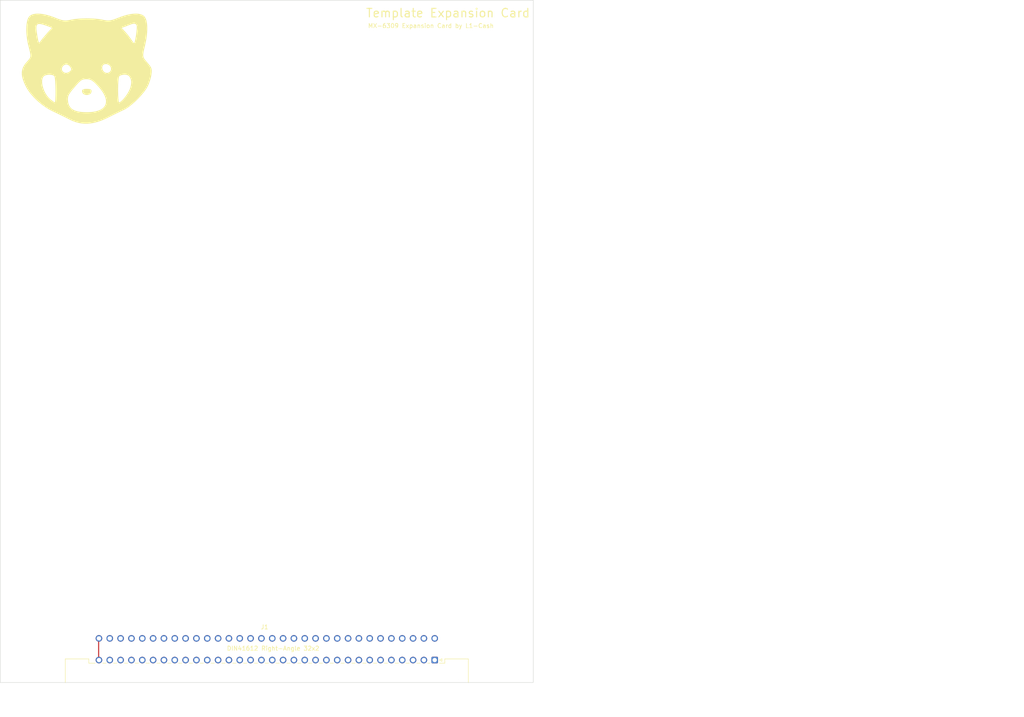
<source format=kicad_pcb>
(kicad_pcb (version 20221018) (generator pcbnew)
  (layers (0 "F.Cu" signal) (31 "B.Cu" signal) (34 "B.Paste" user) (35 "F.Paste" user) (36 "B.SilkS" user "B.Silkscreen") (37 "F.SilkS" user "F.Silkscreen") (38 "B.Mask" user) (39 "F.Mask" user) (44 "Edge.Cuts" user))
  (net 0 "")
  (net 1 "GND")
  (net 2 "Net-(J1-Pad2)")
  (net 3 "Net-(J1-Pad3)")
  (net 4 "Net-(J1-Pad4)")
  (net 5 "Net-(J1-Pad5)")
  (net 6 "Net-(J1-Pad6)")
  (net 7 "Net-(J1-Pad7)")
  (net 8 "Net-(J1-Pad8)")
  (net 9 "Net-(J1-Pad9)")
  (net 10 "Net-(J1-Pad10)")
  (net 11 "Net-(J1-Pad11)")
  (net 12 "Net-(J1-Pad12)")
  (net 13 "Net-(J1-Pad13)")
  (net 14 "Net-(J1-Pad14)")
  (net 15 "Net-(J1-Pad15)")
  (net 16 "Net-(J1-Pad16)")
  (net 17 "Net-(J1-Pad17)")
  (net 32 "VCC")
  (net 47 "Net-(J1-Pad48)")
  (net 48 "Net-(J1-Pad49)")
  (net 49 "Net-(J1-Pad50)")
  (net 50 "Net-(J1-Pad51)")
  (net 51 "Net-(J1-Pad52)")
  (net 52 "Net-(J1-Pad53)")
  (net 53 "Net-(J1-Pad54)")
  (net 54 "Net-(J1-Pad55)")
  (net 55 "Net-(J1-Pad56)")
  (net 56 "Net-(J1-Pad57)")
  (net 57 "Net-(J1-Pad58)")
  (net 58 "Net-(J1-Pad59)")
  (net 59 "Net-(J1-Pad60)")
  (net 60 "Net-(J1-Pad61)")
  (net 61 "Net-(J1-Pad62)")
  (net 62 "Net-(J1-Pad63)")
  (footprint "card_bus_2_32:DIN41612_R_2x32_Male_Horizontal_THT" (layer "F.Cu") (at 85.252927 133.552925 -90)
    (fp_text reference "J1" (at 33.447075 -0.747073) (layer "F.SilkS"))
    (fp_text value "DIN41612 Right-Angle 32x2" (at 38.447075 -2.747073) (layer "F.SilkS"))
    (fp_line (start 40.88 -42.335) (end 41.18 -41.735) (stroke (width 0.12)) (layer "F.SilkS"))
    (fp_line (start 40.92 -48.53) (end 40.92 -43.01) (stroke (width 0.12)) (layer "F.SilkS"))
    (fp_line (start 40.92 -43.01) (end 41.92 -43.01) (stroke (width 0.12)) (layer "F.SilkS"))
    (fp_line (start 40.92 40.47) (end 41.92 40.47) (stroke (width 0.12)) (layer "F.SilkS"))
    (fp_line (start 40.92 45.99) (end 40.92 40.47) (stroke (width 0.12)) (layer "F.SilkS"))
    (fp_line (start 41.18 -41.735) (end 41.48 -42.335) (stroke (width 0.12)) (layer "F.SilkS"))
    (fp_line (start 41.48 -42.335) (end 40.88 -42.335) (stroke (width 0.12)) (layer "F.SilkS"))
    (fp_line (start 41.92 -43.011) (end 41.92 -41.735) (stroke (width 0.12)) (layer "F.SilkS"))
    (fp_line (start 41.92 -39.545) (end 41.92 -38.969) (stroke (width 0.12)) (layer "F.SilkS"))
    (fp_line (start 41.92 -37.23) (end 41.92 -36.429) (stroke (width 0.12)) (layer "F.SilkS"))
    (fp_line (start 41.92 -34.69) (end 41.92 -33.889) (stroke (width 0.12)) (layer "F.SilkS"))
    (fp_line (start 41.92 -32.15) (end 41.92 -31.349) (stroke (width 0.12)) (layer "F.SilkS"))
    (fp_line (start 41.92 -29.61) (end 41.92 -28.809) (stroke (width 0.12)) (layer "F.SilkS"))
    (fp_line (start 41.92 -27.07) (end 41.92 -26.269) (stroke (width 0.12)) (layer "F.SilkS"))
    (fp_line (start 41.92 -24.53) (end 41.92 -23.729) (stroke (width 0.12)) (layer "F.SilkS"))
    (fp_line (start 41.92 -21.99) (end 41.92 -21.189) (stroke (width 0.12)) (layer "F.SilkS"))
    (fp_line (start 41.92 -19.45) (end 41.92 -18.649) (stroke (width 0.12)) (layer "F.SilkS"))
    (fp_line (start 41.92 -16.91) (end 41.92 -16.109) (stroke (width 0.12)) (layer "F.SilkS"))
    (fp_line (start 41.92 -14.37) (end 41.92 -13.569) (stroke (width 0.12)) (layer "F.SilkS"))
    (fp_line (start 41.92 -11.83) (end 41.92 -11.029) (stroke (width 0.12)) (layer "F.SilkS"))
    (fp_line (start 41.92 -9.29) (end 41.92 -8.489) (stroke (width 0.12)) (layer "F.SilkS"))
    (fp_line (start 41.92 -6.75) (end 41.92 -5.949) (stroke (width 0.12)) (layer "F.SilkS"))
    (fp_line (start 41.92 -4.21) (end 41.92 -3.409) (stroke (width 0.12)) (layer "F.SilkS"))
    (fp_line (start 41.92 -1.67) (end 41.92 -0.869) (stroke (width 0.12)) (layer "F.SilkS"))
    (fp_line (start 41.92 0.87) (end 41.92 1.671) (stroke (width 0.12)) (layer "F.SilkS"))
    (fp_line (start 41.92 3.41) (end 41.92 4.211) (stroke (width 0.12)) (layer "F.SilkS"))
    (fp_line (start 41.92 5.95) (end 41.92 6.751) (stroke (width 0.12)) (layer "F.SilkS"))
    (fp_line (start 41.92 8.49) (end 41.92 9.291) (stroke (width 0.12)) (layer "F.SilkS"))
    (fp_line (start 41.92 11.03) (end 41.92 11.831) (stroke (width 0.12)) (layer "F.SilkS"))
    (fp_line (start 41.92 13.57) (end 41.92 14.371) (stroke (width 0.12)) (layer "F.SilkS"))
    (fp_line (start 41.92 16.11) (end 41.92 16.911) (stroke (width 0.12)) (layer "F.SilkS"))
    (fp_line (start 41.92 18.65) (end 41.92 19.451) (stroke (width 0.12)) (layer "F.SilkS"))
    (fp_line (start 41.92 21.19) (end 41.92 21.991) (stroke (width 0.12)) (layer "F.SilkS"))
    (fp_line (start 41.92 23.73) (end 41.92 24.531) (stroke (width 0.12)) (layer "F.SilkS"))
    (fp_line (start 41.92 26.27) (end 41.92 27.071) (stroke (width 0.12)) (layer "F.SilkS"))
    (fp_line (start 41.92 28.81) (end 41.92 29.611) (stroke (width 0.12)) (layer "F.SilkS"))
    (fp_line (start 41.92 31.35) (end 41.92 32.151) (stroke (width 0.12)) (layer "F.SilkS"))
    (fp_line (start 41.92 33.89) (end 41.92 34.691) (stroke (width 0.12)) (layer "F.SilkS"))
    (fp_line (start 41.92 36.43) (end 41.92 37.231) (stroke (width 0.12)) (layer "F.SilkS"))
    (fp_line (start 41.92 38.97) (end 41.92 40.47) (stroke (width 0.12)) (layer "F.SilkS"))
    (fp_line (start 46.48 -48.53) (end 40.92 -48.53) (stroke (width 0.12)) (layer "F.SilkS"))
    (fp_line (start 46.48 45.99) (end 40.92 45.99) (stroke (width 0.12)) (layer "F.SilkS"))
    (pad "" np_thru_hole circle (at 43.72 -45.72 180) (size 2.85 2.85) (drill 2.85) (layers "*.Cu" "*.Mask"))
    (pad "" np_thru_hole circle (at 43.72 43.18 180) (size 2.85 2.85) (drill 2.85) (layers "*.Cu" "*.Mask"))
    (pad "1" thru_hole circle (at 36.1 -40.64 180) (size 1.55 1.55) (drill 1) (layers "*.Cu" "*.Mask") (net 1 "GND"))
    (pad "2" thru_hole circle (at 36.1 -38.1 180) (size 1.55 1.55) (drill 1) (layers "*.Cu" "*.Mask") (net 2 "Net-(J1-Pad2)"))
    (pad "3" thru_hole circle (at 36.1 -35.56 180) (size 1.55 1.55) (drill 1) (layers "*.Cu" "*.Mask") (net 3 "Net-(J1-Pad3)"))
    (pad "4" thru_hole circle (at 36.1 -33.02 180) (size 1.55 1.55) (drill 1) (layers "*.Cu" "*.Mask") (net 4 "Net-(J1-Pad4)"))
    (pad "5" thru_hole circle (at 36.1 -30.48 180) (size 1.55 1.55) (drill 1) (layers "*.Cu" "*.Mask") (net 5 "Net-(J1-Pad5)"))
    (pad "6" thru_hole circle (at 36.1 -27.94 180) (size 1.55 1.55) (drill 1) (layers "*.Cu" "*.Mask") (net 6 "Net-(J1-Pad6)"))
    (pad "7" thru_hole circle (at 36.1 -25.4 180) (size 1.55 1.55) (drill 1) (layers "*.Cu" "*.Mask") (net 7 "Net-(J1-Pad7)"))
    (pad "8" thru_hole circle (at 36.1 -22.86 180) (size 1.55 1.55) (drill 1) (layers "*.Cu" "*.Mask") (net 8 "Net-(J1-Pad8)"))
    (pad "9" thru_hole circle (at 36.1 -20.32 180) (size 1.55 1.55) (drill 1) (layers "*.Cu" "*.Mask") (net 9 "Net-(J1-Pad9)"))
    (pad "10" thru_hole circle (at 36.1 -17.78 180) (size 1.55 1.55) (drill 1) (layers "*.Cu" "*.Mask") (net 10 "Net-(J1-Pad10)"))
    (pad "11" thru_hole circle (at 36.1 -15.24 180) (size 1.55 1.55) (drill 1) (layers "*.Cu" "*.Mask") (net 11 "Net-(J1-Pad11)"))
    (pad "12" thru_hole circle (at 36.1 -12.7 180) (size 1.55 1.55) (drill 1) (layers "*.Cu" "*.Mask") (net 12 "Net-(J1-Pad12)"))
    (pad "13" thru_hole circle (at 36.1 -10.16 180) (size 1.55 1.55) (drill 1) (layers "*.Cu" "*.Mask") (net 13 "Net-(J1-Pad13)"))
    (pad "14" thru_hole circle (at 36.1 -7.62 180) (size 1.55 1.55) (drill 1) (layers "*.Cu" "*.Mask") (net 14 "Net-(J1-Pad14)"))
    (pad "15" thru_hole circle (at 36.1 -5.08 180) (size 1.55 1.55) (drill 1) (layers "*.Cu" "*.Mask") (net 15 "Net-(J1-Pad15)"))
    (pad "16" thru_hole circle (at 36.1 -2.54 180) (size 1.55 1.55) (drill 1) (layers "*.Cu" "*.Mask") (net 16 "Net-(J1-Pad16)"))
    (pad "17" thru_hole circle (at 36.1 0 180) (size 1.55 1.55) (drill 1) (layers "*.Cu" "*.Mask") (net 17 "Net-(J1-Pad17)"))
    (pad "18" thru_hole circle (at 36.1 2.54 180) (size 1.55 1.55) (drill 1) (layers "*.Cu" "*.Mask"))
    (pad "19" thru_hole circle (at 36.1 5.08 180) (size 1.55 1.55) (drill 1) (layers "*.Cu" "*.Mask"))
    (pad "20" thru_hole circle (at 36.1 7.62 180) (size 1.55 1.55) (drill 1) (layers "*.Cu" "*.Mask"))
    (pad "21" thru_hole circle (at 36.1 10.16 180) (size 1.55 1.55) (drill 1) (layers "*.Cu" "*.Mask"))
    (pad "22" thru_hole circle (at 36.1 12.7 180) (size 1.55 1.55) (drill 1) (layers "*.Cu" "*.Mask"))
    (pad "23" thru_hole circle (at 36.1 15.24 180) (size 1.55 1.55) (drill 1) (layers "*.Cu" "*.Mask"))
    (pad "24" thru_hole circle (at 36.1 17.78 180) (size 1.55 1.55) (drill 1) (layers "*.Cu" "*.Mask"))
    (pad "25" thru_hole circle (at 36.1 20.32 180) (size 1.55 1.55) (drill 1) (layers "*.Cu" "*.Mask"))
    (pad "26" thru_hole circle (at 36.1 22.86 180) (size 1.55 1.55) (drill 1) (layers "*.Cu" "*.Mask"))
    (pad "27" thru_hole circle (at 36.1 25.4 180) (size 1.55 1.55) (drill 1) (layers "*.Cu" "*.Mask"))
    (pad "28" thru_hole circle (at 36.1 27.94 180) (size 1.55 1.55) (drill 1) (layers "*.Cu" "*.Mask"))
    (pad "29" thru_hole circle (at 36.1 30.48 180) (size 1.55 1.55) (drill 1) (layers "*.Cu" "*.Mask"))
    (pad "30" thru_hole circle (at 36.1 33.02 180) (size 1.55 1.55) (drill 1) (layers "*.Cu" "*.Mask"))
    (pad "31" thru_hole circle (at 36.1 35.56 180) (size 1.55 1.55) (drill 1) (layers "*.Cu" "*.Mask"))
    (pad "32" thru_hole circle (at 36.1 38.1 180) (size 1.55 1.55) (drill 1) (layers "*.Cu" "*.Mask") (net 32 "VCC"))
    (pad "33" thru_hole circle (at 41.18 38.1 180) (size 1.55 1.55) (drill 1) (layers "*.Cu" "*.Mask") (net 32 "VCC"))
    (pad "34" thru_hole circle (at 41.18 35.56 180) (size 1.55 1.55) (drill 1) (layers "*.Cu" "*.Mask"))
    (pad "35" thru_hole circle (at 41.18 33.02 180) (size 1.55 1.55) (drill 1) (layers "*.Cu" "*.Mask"))
    (pad "36" thru_hole circle (at 41.18 30.48 180) (size 1.55 1.55) (drill 1) (layers "*.Cu" "*.Mask"))
    (pad "37" thru_hole circle (at 41.18 27.94 180) (size 1.55 1.55) (drill 1) (layers "*.Cu" "*.Mask"))
    (pad "38" thru_hole circle (at 41.18 25.4 180) (size 1.55 1.55) (drill 1) (layers "*.Cu" "*.Mask"))
    (pad "39" thru_hole circle (at 41.18 22.86 180) (size 1.55 1.55) (drill 1) (layers "*.Cu" "*.Mask"))
    (pad "40" thru_hole circle (at 41.18 20.32 180) (size 1.55 1.55) (drill 1) (layers "*.Cu" "*.Mask"))
    (pad "41" thru_hole circle (at 41.18 17.78 180) (size 1.55 1.55) (drill 1) (layers "*.Cu" "*.Mask"))
    (pad "42" thru_hole circle (at 41.18 15.24 180) (size 1.55 1.55) (drill 1) (layers "*.Cu" "*.Mask"))
    (pad "43" thru_hole circle (at 41.18 12.7 180) (size 1.55 1.55) (drill 1) (layers "*.Cu" "*.Mask"))
    (pad "44" thru_hole circle (at 41.18 10.16 180) (size 1.55 1.55) (drill 1) (layers "*.Cu" "*.Mask"))
    (pad "45" thru_hole circle (at 41.18 7.62 180) (size 1.55 1.55) (drill 1) (layers "*.Cu" "*.Mask"))
    (pad "46" thru_hole circle (at 41.18 5.08 180) (size 1.55 1.55) (drill 1) (layers "*.Cu" "*.Mask"))
    (pad "47" thru_hole circle (at 41.18 2.54 180) (size 1.55 1.55) (drill 1) (layers "*.Cu" "*.Mask"))
    (pad "48" thru_hole circle (at 41.18 0 180) (size 1.55 1.55) (drill 1) (layers "*.Cu" "*.Mask") (net 47 "Net-(J1-Pad48)"))
    (pad "49" thru_hole circle (at 41.18 -2.54 180) (size 1.55 1.55) (drill 1) (layers "*.Cu" "*.Mask") (net 48 "Net-(J1-Pad49)"))
    (pad "50" thru_hole circle (at 41.18 -5.08 180) (size 1.55 1.55) (drill 1) (layers "*.Cu" "*.Mask") (net 49 "Net-(J1-Pad50)"))
    (pad "51" thru_hole circle (at 41.18 -7.62 180) (size 1.55 1.55) (drill 1) (layers "*.Cu" "*.Mask") (net 50 "Net-(J1-Pad51)"))
    (pad "52" thru_hole circle (at 41.18 -10.16 180) (size 1.55 1.55) (drill 1) (layers "*.Cu" "*.Mask") (net 51 "Net-(J1-Pad52)"))
    (pad "53" thru_hole circle (at 41.18 -12.7 180) (size 1.55 1.55) (drill 1) (layers "*.Cu" "*.Mask") (net 52 "Net-(J1-Pad53)"))
    (pad "54" thru_hole circle (at 41.18 -15.24 180) (size 1.55 1.55) (drill 1) (layers "*.Cu" "*.Mask") (net 53 "Net-(J1-Pad54)"))
    (pad "55" thru_hole circle (at 41.18 -17.78 180) (size 1.55 1.55) (drill 1) (layers "*.Cu" "*.Mask") (net 54 "Net-(J1-Pad55)"))
    (pad "56" thru_hole circle (at 41.18 -20.32 180) (size 1.55 1.55) (drill 1) (layers "*.Cu" "*.Mask") (net 55 "Net-(J1-Pad56)"))
    (pad "57" thru_hole circle (at 41.18 -22.86 180) (size 1.55 1.55) (drill 1) (layers "*.Cu" "*.Mask") (net 56 "Net-(J1-Pad57)"))
    (pad "58" thru_hole circle (at 41.18 -25.4 180) (size 1.55 1.55) (drill 1) (layers "*.Cu" "*.Mask") (net 57 "Net-(J1-Pad58)"))
    (pad "59" thru_hole circle (at 41.18 -27.94 180) (size 1.55 1.55) (drill 1) (layers "*.Cu" "*.Mask") (net 58 "Net-(J1-Pad59)"))
    (pad "60" thru_hole circle (at 41.18 -30.48 180) (size 1.55 1.55) (drill 1) (layers "*.Cu" "*.Mask") (net 59 "Net-(J1-Pad60)"))
    (pad "61" thru_hole circle (at 41.18 -33.02 180) (size 1.55 1.55) (drill 1) (layers "*.Cu" "*.Mask") (net 60 "Net-(J1-Pad61)"))
    (pad "62" thru_hole circle (at 41.18 -35.56 180) (size 1.55 1.55) (drill 1) (layers "*.Cu" "*.Mask") (net 61 "Net-(J1-Pad62)"))
    (pad "63" thru_hole circle (at 41.18 -38.1 180) (size 1.55 1.55) (drill 1) (layers "*.Cu" "*.Mask") (net 62 "Net-(J1-Pad63)"))
    (pad "64" thru_hole roundrect (at 41.18 -40.64 180) (size 1.55 1.55) (drill 1) (layers "*.Cu" "*.Mask") (roundrect_rratio 0.1612896774) (net 1 "GND"))
  )
  (gr_poly (pts (xy 44.465023 40.890729) (xy 44.607426 40.895991) (xy 44.673092 40.90004) (xy 44.735153 40.905078) (xy 44.793675 40.911136) (xy 44.848721 40.918247) (xy 44.900357 40.926443) (xy 44.948646 40.935756) (xy 44.993654 40.94622) (xy 45.035445 40.957865) (xy 45.074084 40.970725) (xy 45.109636 40.984831) (xy 45.142164 41.000217) (xy 45.171734 41.016914) (xy 45.198409 41.034954) (xy 45.222256 41.05437) (xy 45.243338 41.075195) (xy 45.26172 41.09746) (xy 45.277466 41.121198) (xy 45.290641 41.14644) (xy 45.30131 41.173221) (xy 45.309537 41.201571) (xy 45.315388 41.231523) (xy 45.318925 41.263109) (xy 45.320215 41.296361) (xy 45.319321 41.331313) (xy 45.316309 41.367996) (xy 45.311242 41.406442) (xy 45.304186 41.446684) (xy 45.295205 41.488754) (xy 45.277523 41.565649) (xy 45.251315 41.637582) (xy 45.217148 41.704555) (xy 45.175591 41.766567) (xy 45.127214 41.823617) (xy 45.072583 41.875707) (xy 45.012268 41.922836) (xy 44.946837 41.965004) (xy 44.876859 42.002211) (xy 44.802901 42.034457) (xy 44.725533 42.061742) (xy 44.645322 42.084067) (xy 44.562838 42.10143) (xy 44.478649 42.113832) (xy 44.393322 42.121274) (xy 44.307427 42.123754) (xy 44.221533 42.121274) (xy 44.136206 42.113832) (xy 44.052017 42.10143) (xy 43.969532 42.084067) (xy 43.889322 42.061742) (xy 43.811954 42.034457) (xy 43.737996 42.002211) (xy 43.668018 41.965004) (xy 43.602587 41.922836) (xy 43.542272 41.875707) (xy 43.487641 41.823617) (xy 43.439263 41.766567) (xy 43.397707 41.704555) (xy 43.36354 41.637582) (xy 43.337332 41.565649) (xy 43.31965 41.488754) (xy 43.303613 41.406442) (xy 43.295534 41.331313) (xy 43.294641 41.296361) (xy 43.29593 41.263109) (xy 43.299468 41.231523) (xy 43.305318 41.201571) (xy 43.313545 41.173221) (xy 43.324215 41.14644) (xy 43.33739 41.121198) (xy 43.353136 41.09746) (xy 43.371518 41.075195) (xy 43.3926 41.05437) (xy 43.416446 41.034954) (xy 43.443122 41.016914) (xy 43.472692 41.000217) (xy 43.50522 40.984831) (xy 43.540771 40.970725) (xy 43.57941 40.957865) (xy 43.666209 40.935756) (xy 43.766134 40.918247) (xy 43.879702 40.905078) (xy 44.007428 40.895991) (xy 44.149831 40.890729) (xy 44.307427 40.889032)) (stroke (width 0.2)) (fill solid) (layer "F.SilkS"))
  (gr_poly (pts (xy 56.05585 23.250515) (xy 56.233798 23.262721) (xy 56.404881 23.281495) (xy 56.568909 23.306859) (xy 56.725697 23.33883) (xy 56.875056 23.377429) (xy 57.016799 23.422675) (xy 57.150739 23.474587) (xy 57.276688 23.533185) (xy 57.39446 23.598488) (xy 57.503866 23.670515) (xy 57.60472 23.749286) (xy 57.696835 23.83482) (xy 57.780022 23.927137) (xy 57.854094 24.026256) (xy 57.978126 24.23092) (xy 58.085674 24.472947) (xy 58.176788 24.75001) (xy 58.25152 25.059785) (xy 58.309923 25.399945) (xy 58.352048 25.768165) (xy 58.377947 26.162121) (xy 58.38767 26.579485) (xy 58.381271 27.017934) (xy 58.3588 27.475141) (xy 58.32031 27.948782) (xy 58.265851 28.43653) (xy 58.195477 28.93606) (xy 58.109237 29.445047) (xy 58.007185 29.961166) (xy 57.889371 30.48209) (xy 57.670538 31.414953) (xy 57.586753 31.796816) (xy 57.521159 32.130775) (xy 57.495441 32.281776) (xy 57.474581 32.423186) (xy 57.458682 32.555797) (xy 57.447847 32.680405) (xy 57.44218 32.797804) (xy 57.441783 32.908789) (xy 57.446762 33.014154) (xy 57.457217 33.114693) (xy 57.473254 33.211202) (xy 57.494976 33.304475) (xy 57.522485 33.395306) (xy 57.555885 33.48449) (xy 57.59528 33.572821) (xy 57.640772 33.661094) (xy 57.692466 33.750103) (xy 57.750464 33.840644) (xy 57.81487 33.933509) (xy 57.885787 34.029495) (xy 58.047569 34.234004) (xy 58.236636 34.460528) (xy 58.453815 34.715422) (xy 58.623021 34.906358) (xy 58.773934 35.083703) (xy 58.907277 35.249575) (xy 59.023773 35.406095) (xy 59.124146 35.555379) (xy 59.209119 35.699548) (xy 59.279416 35.840719) (xy 59.309288 35.910843) (xy 59.335761 35.981012) (xy 59.358927 36.051491) (xy 59.378876 36.122545) (xy 59.395699 36.194439) (xy 59.409486 36.267437) (xy 59.428314 36.417807) (xy 59.436082 36.575773) (xy 59.433516 36.743455) (xy 59.421337 36.92297) (xy 59.400271 37.116438) (xy 59.371039 37.325977) (xy 59.354175 37.47043) (xy 59.330387 37.625012) (xy 59.30019 37.788275) (xy 59.264103 37.958772) (xy 59.176321 38.315684) (xy 59.071177 38.684172) (xy 58.952803 39.052659) (xy 58.825334 39.409571) (xy 58.692905 39.743332) (xy 58.559649 40.042366) (xy 58.388954 40.37431) (xy 58.171388 40.73173) (xy 57.91217 41.109511) (xy 57.616521 41.502536) (xy 57.289659 41.90569) (xy 56.936804 42.313856) (xy 56.563175 42.721919) (xy 56.173991 43.124763) (xy 55.774472 43.517271) (xy 55.369836 43.894328) (xy 54.965305 44.250818) (xy 54.566096 44.581624) (xy 54.177428 44.881631) (xy 53.804523 45.145724) (xy 53.452597 45.368784) (xy 53.126872 45.545698) (xy 51.477635 46.339449) (xy 50.36859 46.885152) (xy 49.246316 47.450699) (xy 48.6116 47.75621) (xy 47.990165 48.024514) (xy 47.381236 48.255611) (xy 46.784038 48.449501) (xy 46.197794 48.606184) (xy 45.621731 48.72566) (xy 45.055073 48.807929) (xy 44.497045 48.852991) (xy 43.946872 48.860846) (xy 43.403779 48.831493) (xy 42.86699 48.764934) (xy 42.33573 48.661168) (xy 41.809225 48.520195) (xy 41.286699 48.342015) (xy 40.767377 48.126627) (xy 40.250484 47.874033) (xy 39.412636 47.448495) (xy 38.416039 46.956811) (xy 37.392983 46.465126) (xy 36.475761 46.039587) (xy 35.973837 45.788156) (xy 35.474961 45.511454) (xy 34.981357 45.211499) (xy 34.495245 44.890304) (xy 34.018849 44.549885) (xy 33.55439 44.192259) (xy 33.10409 43.819439) (xy 32.670172 43.433442) (xy 32.254857 43.036283) (xy 31.860368 42.629977) (xy 31.488926 42.21654) (xy 31.142754 41.797987) (xy 30.824074 41.376333) (xy 30.535108 40.953594) (xy 30.278078 40.531786) (xy 30.055207 40.112923) (xy 29.838588 39.661615) (xy 29.651786 39.232632) (xy 29.594119 39.082591) (xy 33.725565 39.082591) (xy 33.729409 39.267789) (xy 33.764816 39.653622) (xy 33.835673 40.054959) (xy 33.940172 40.4657) (xy 34.076503 40.879749) (xy 34.242858 41.291007) (xy 34.437428 41.693377) (xy 34.658405 42.080761) (xy 34.90398 42.447061) (xy 35.172345 42.786178) (xy 35.314507 42.943638) (xy 35.461689 43.092016) (xy 35.613665 43.23055) (xy 35.770206 43.358477) (xy 35.856515 43.43035) (xy 35.943081 43.500208) (xy 36.029338 43.567689) (xy 36.114716 43.632431) (xy 36.198647 43.694072) (xy 36.280562 43.752252) (xy 36.359894 43.806607) (xy 36.436074 43.856776) (xy 36.508533 43.902398) (xy 36.576703 43.94311) (xy 36.640015 43.978552) (xy 36.697901 44.008361) (xy 36.749793 44.032175) (xy 36.795122 44.049633) (xy 36.833319 44.060373) (xy 36.849566 44.063111) (xy 36.863817 44.064034) (xy 36.89245 44.047522) (xy 36.918835 43.999326) (xy 36.964965 43.815918) (xy 37.002413 43.52988) (xy 37.029137 43.186222) (xy 39.770307 43.186222) (xy 39.776361 43.372085) (xy 39.791873 43.570143) (xy 39.838321 43.927003) (xy 39.912107 44.257095) (xy 39.959525 44.412264) (xy 40.014107 44.560935) (xy 40.075963 44.703172) (xy 40.145202 44.83904) (xy 40.221934 44.968604) (xy 40.306269 45.091928) (xy 40.398316 45.209076) (xy 40.498186 45.320114) (xy 40.605989 45.425105) (xy 40.721833 45.524115) (xy 40.84583 45.617208) (xy 40.978088 45.704449) (xy 41.118718 45.785902) (xy 41.267829 45.861631) (xy 41.591935 45.99618) (xy 41.951284 46.10861) (xy 42.346755 46.19944) (xy 42.779227 46.269186) (xy 43.249577 46.318365) (xy 43.758684 46.347494) (xy 44.307427 46.357088) (xy 44.756061 46.349387) (xy 45.182447 46.326487) (xy 45.586458 46.288691) (xy 45.967964 46.236303) (xy 46.326835 46.169627) (xy 46.662943 46.088965) (xy 46.976158 45.994622) (xy 47.266351 45.886902) (xy 47.533394 45.766107) (xy 47.777156 45.632542) (xy 47.997508 45.48651) (xy 48.194322 45.328314) (xy 48.367468 45.158259) (xy 48.516818 44.976647) (xy 48.642241 44.783783) (xy 48.743608 44.57997) (xy 48.820791 44.365512) (xy 48.873661 44.140712) (xy 48.902087 43.905874) (xy 48.905941 43.661301) (xy 48.885094 43.407297) (xy 48.839416 43.144166) (xy 48.768779 42.872212) (xy 48.673053 42.591737) (xy 48.552108 42.303045) (xy 48.405817 42.00644) (xy 48.234049 41.702227) (xy 48.036675 41.390707) (xy 47.867516 41.149207) (xy 51.543783 41.149207) (xy 51.564247 42.235308) (xy 51.618197 43.167206) (xy 51.657342 43.535926) (xy 51.704393 43.818812) (xy 51.759196 44.000101) (xy 51.789456 44.047722) (xy 51.821595 44.064034) (xy 51.88726 44.057921) (xy 51.958305 44.039935) (xy 52.034325 44.010607) (xy 52.114911 43.970465) (xy 52.288156 43.85986) (xy 52.474786 43.712358) (xy 52.671544 43.532197) (xy 52.875174 43.323614) (xy 53.082423 43.090846) (xy 53.290033 42.838131) (xy 53.494749 42.569706) (xy 53.693315 42.289809) (xy 53.882477 42.002677) (xy 54.058977 41.712548) (xy 54.219562 41.42366) (xy 54.360974 41.140249) (xy 54.479959 40.866553) (xy 54.57326 40.60681) (xy 54.629079 40.401594) (xy 54.677509 40.208626) (xy 54.7186 40.026923) (xy 54.752405 39.855504) (xy 54.778975 39.693387) (xy 54.798362 39.539589) (xy 54.810618 39.393129) (xy 54.815794 39.253026) (xy 54.813943 39.118297) (xy 54.805115 38.98796) (xy 54.789362 38.861035) (xy 54.766737 38.736538) (xy 54.73729 38.613487) (xy 54.701073 38.490902) (xy 54.658139 38.367801) (xy 54.608539 38.2432) (xy 54.548499 38.128651) (xy 54.487065 38.02299) (xy 54.423667 37.92601) (xy 54.357736 37.837506) (xy 54.288705 37.757269) (xy 54.216005 37.685095) (xy 54.139067 37.620775) (xy 54.098832 37.591496) (xy 54.057324 37.564103) (xy 54.014472 37.53857) (xy 53.970206 37.514872) (xy 53.924454 37.492983) (xy 53.877145 37.472877) (xy 53.777573 37.437909) (xy 53.670922 37.409763) (xy 53.556622 37.388231) (xy 53.434105 37.373107) (xy 53.302804 37.364184) (xy 53.162148 37.361256) (xy 53.056014 37.363684) (xy 52.949724 37.370764) (xy 52.843951 37.382185) (xy 52.739367 37.397636) (xy 52.636643 37.416808) (xy 52.536451 37.43939) (xy 52.439463 37.465074) (xy 52.346351 37.493547) (xy 52.257786 37.524501) (xy 52.174441 37.557626) (xy 52.096987 37.592611) (xy 52.026095 37.629146) (xy 51.962439 37.666922) (xy 51.906689 37.705628) (xy 51.859517 37.744954) (xy 51.839358 37.764752) (xy 51.821595 37.78459) (xy 51.786452 37.855368) (xy 51.75377 37.953942) (xy 51.695711 38.226595) (xy 51.647265 38.586788) (xy 51.608275 39.01876) (xy 51.558045 40.034994) (xy 51.543783 41.149207) (xy 47.867516 41.149207) (xy 47.813566 41.072185) (xy 47.564594 40.746965) (xy 47.289628 40.415349) (xy 46.98854 40.077642) (xy 46.759191 39.832292) (xy 46.54612 39.611384) (xy 46.347416 39.41373) (xy 46.161165 39.238143) (xy 45.985457 39.083432) (xy 45.818378 38.94841) (xy 45.658018 38.831889) (xy 45.502463 38.732678) (xy 45.42589 38.689194) (xy 45.349802 38.649591) (xy 45.273959 38.613723) (xy 45.198123 38.581439) (xy 45.122054 38.552591) (xy 45.045514 38.527032) (xy 44.968263 38.504612) (xy 44.890063 38.485183) (xy 44.729857 38.454702) (xy 44.562985 38.434402) (xy 44.387535 38.423094) (xy 44.201594 38.419588) (xy 44.010598 38.423162) (xy 43.832832 38.434953) (xy 43.665813 38.456563) (xy 43.507064 38.489593) (xy 43.354101 38.535645) (xy 43.204447 38.596322) (xy 43.055618 38.673225) (xy 42.905137 38.767957) (xy 42.750521 38.882118) (xy 42.58929 39.017313) (xy 42.418965 39.175141) (xy 42.237064 39.357206) (xy 42.041107 39.565109) (xy 41.828613 39.800452) (xy 41.344095 40.359867) (xy 41.092956 40.657144) (xy 40.867914 40.928997) (xy 40.66778 41.178111) (xy 40.491365 41.407176) (xy 40.337482 41.618877) (xy 40.20494 41.815902) (xy 40.092552 42.000938) (xy 40.043545 42.0898) (xy 39.99913 42.176672) (xy 39.959159 42.261891) (xy 39.923484 42.345792) (xy 39.891956 42.428711) (xy 39.864427 42.510984) (xy 39.840747 42.592947) (xy 39.820769 42.674936) (xy 39.804343 42.757287) (xy 39.791322 42.840335) (xy 39.781556 42.924417) (xy 39.774897 43.009868) (xy 39.770307 43.186222) (xy 37.029137 43.186222) (xy 37.031387 43.157284) (xy 37.064735 42.216704) (xy 37.066664 41.122749) (xy 37.038828 40.003988) (xy 36.98288 38.988994) (xy 36.94488 38.560588) (xy 36.900473 38.206338) (xy 36.849864 37.942315) (xy 36.793262 37.78459) (xy 36.756235 37.736431) (xy 36.711613 37.691185) (xy 36.659859 37.648871) (xy 36.601439 37.60951) (xy 36.536817 37.57312) (xy 36.46646 37.539721) (xy 36.310397 37.481972) (xy 36.136971 37.436419) (xy 35.949902 37.403217) (xy 35.752912 37.382521) (xy 35.54972 37.374485) (xy 35.344048 37.379265) (xy 35.139616 37.397016) (xy 34.940145 37.427893) (xy 34.749356 37.47205) (xy 34.570969 37.529644) (xy 34.487589 37.563527) (xy 34.408705 37.600828) (xy 34.334781 37.641565) (xy 34.266284 37.685758) (xy 34.203678 37.733427) (xy 34.147429 37.78459) (xy 34.057267 37.886885) (xy 33.978455 38.001441) (xy 33.910767 38.127495) (xy 33.853975 38.264285) (xy 33.807855 38.411048) (xy 33.77218 38.567022) (xy 33.746724 38.731446) (xy 33.731261 38.903556) (xy 33.725565 39.082591) (xy 29.594119 39.082591) (xy 29.494853 38.824319) (xy 29.367841 38.435024) (xy 29.315571 38.24699) (xy 29.270801 38.063091) (xy 29.233537 37.883119) (xy 29.203786 37.706868) (xy 29.181553 37.534131) (xy 29.166846 37.364701) (xy 29.15967 37.198372) (xy 29.160033 37.034937) (xy 29.16794 36.874189) (xy 29.183399 36.715921) (xy 29.206416 36.559927) (xy 29.236996 36.406) (xy 29.275148 36.253934) (xy 29.313544 36.127636) (xy 38.355957 36.127636) (xy 38.360917 36.22538) (xy 38.375896 36.320682) (xy 38.400421 36.413065) (xy 38.434023 36.502049) (xy 38.476229 36.587158) (xy 38.526567 36.667913) (xy 38.584566 36.743837) (xy 38.649755 36.81445) (xy 38.721662 36.879276) (xy 38.799815 36.937836) (xy 38.883743 36.989653) (xy 38.972974 37.034247) (xy 39.067037 37.071142) (xy 39.16546 37.099859) (xy 39.267772 37.11992) (xy 39.373501 37.130848) (xy 39.482175 37.132163) (xy 39.593323 37.123389) (xy 39.706474 37.104047) (xy 39.821156 37.073659) (xy 39.936897 37.031747) (xy 40.053227 36.977833) (xy 40.169672 36.91144) (xy 40.285762 36.832088) (xy 40.379624 36.761275) (xy 40.46284 36.693871) (xy 40.535514 36.629155) (xy 40.56793 36.597579) (xy 40.59775 36.566403) (xy 40.624985 36.535537) (xy 40.64965 36.504891) (xy 40.671757 36.474373) (xy 40.691318 36.443895) (xy 40.708348 36.413365) (xy 40.722858 36.382693) (xy 40.734862 36.351788) (xy 40.744373 36.320561) (xy 40.751403 36.28892) (xy 40.755965 36.256775) (xy 40.758073 36.224036) (xy 40.757739 36.190612) (xy 40.754977 36.156413) (xy 40.749798 36.121348) (xy 40.742217 36.085327) (xy 40.732246 36.04826) (xy 40.719897 36.010056) (xy 40.705184 35.970625) (xy 40.68812 35.929876) (xy 40.668718 35.887719) (xy 40.643569 35.838868) (xy 47.82232 35.838868) (xy 47.825734 35.907106) (xy 47.832733 35.97575) (xy 47.843258 36.044563) (xy 47.857253 36.113304) (xy 47.874658 36.181736) (xy 47.895416 36.249618) (xy 47.919468 36.316713) (xy 47.946757 36.38278) (xy 47.977223 36.447581) (xy 48.01081 36.510877) (xy 48.047458 36.572429) (xy 48.08711 36.631998) (xy 48.129707 36.689345) (xy 48.175192 36.744231) (xy 48.223507 36.796416) (xy 48.274592 36.845663) (xy 48.328391 36.891732) (xy 48.384844 36.934383) (xy 48.443894 36.973378) (xy 48.505483 37.008478) (xy 48.597941 37.050586) (xy 48.689933 37.084477) (xy 48.781203 37.11041) (xy 48.87149 37.128643) (xy 48.960537 37.139434) (xy 49.048086 37.143043) (xy 49.133878 37.139727) (xy 49.217654 37.129745) (xy 49.299156 37.113355) (xy 49.378126 37.090815) (xy 49.454306 37.062385) (xy 49.527437 37.028321) (xy 49.59726 36.988883) (xy 49.663518 36.94433) (xy 49.725952 36.894919) (xy 49.784303 36.840908) (xy 49.838314 36.782557) (xy 49.887725 36.720123) (xy 49.932279 36.653865) (xy 49.971716 36.584042) (xy 50.005779 36.510911) (xy 50.03421 36.434731) (xy 50.056749 36.355761) (xy 50.073139 36.274259) (xy 50.083121 36.190483) (xy 50.086437 36.104691) (xy 50.082828 36.017143) (xy 50.072036 35.928095) (xy 50.053803 35.837808) (xy 50.02787 35.746539) (xy 49.993979 35.654546) (xy 49.951871 35.562088) (xy 49.916771 35.5005) (xy 49.877776 35.44145) (xy 49.835124 35.384996) (xy 49.789056 35.331198) (xy 49.739809 35.280113) (xy 49.687624 35.231799) (xy 49.632738 35.186314) (xy 49.575391 35.143716) (xy 49.515822 35.104064) (xy 49.45427 35.067416) (xy 49.390974 35.03383) (xy 49.326173 35.003363) (xy 49.260106 34.976075) (xy 49.193012 34.952023) (xy 49.125129 34.931265) (xy 49.056698 34.91386) (xy 48.987957 34.899865) (xy 48.919144 34.889339) (xy 48.8505 34.882341) (xy 48.782262 34.878927) (xy 48.71467 34.879156) (xy 48.647964 34.883087) (xy 48.582381 34.890777) (xy 48.518161 34.902284) (xy 48.455543 34.917668) (xy 48.394767 34.936985) (xy 48.33607 34.960295) (xy 48.279692 34.987654) (xy 48.225872 35.019122) (xy 48.174849 35.054756) (xy 48.126862 35.094614) (xy 48.08215 35.138756) (xy 48.038009 35.183468) (xy 47.99815 35.231455) (xy 47.962516 35.282478) (xy 47.931048 35.336297) (xy 47.903688 35.392675) (xy 47.880379 35.451372) (xy 47.861062 35.512149) (xy 47.845678 35.574767) (xy 47.83417 35.638987) (xy 47.82648 35.70457) (xy 47.822549 35.771276) (xy 47.82232 35.838868) (xy 40.643569 35.838868) (xy 40.62295 35.798818) (xy 40.567984 35.703199) (xy 40.52087 35.629097) (xy 40.472193 35.558928) (xy 40.422043 35.492699) (xy 40.370511 35.430417) (xy 40.317687 35.372088) (xy 40.263661 35.317719) (xy 40.208524 35.267317) (xy 40.152367 35.220887) (xy 40.09528 35.178435) (xy 40.037353 35.13997) (xy 39.978676 35.105496) (xy 39.919341 35.075021) (xy 39.859437 35.048551) (xy 39.799055 35.026092) (xy 39.738286 35.007652) (xy 39.67722 34.993235) (xy 39.615946 34.982849) (xy 39.554557 34.9765) (xy 39.493142 34.974195) (xy 39.431791 34.975941) (xy 39.370595 34.981742) (xy 39.309645 34.991607) (xy 39.249031 35.005542) (xy 39.188843 35.023552) (xy 39.129172 35.045645) (xy 39.070108 35.071827) (xy 39.011741 35.102104) (xy 38.954163 35.136483) (xy 38.897463 35.17497) (xy 38.841733 35.217572) (xy 38.787061 35.264295) (xy 38.73354 35.315146) (xy 38.641374 35.415215) (xy 38.562999 35.516666) (xy 38.497943 35.619022) (xy 38.445736 35.721804) (xy 38.405906 35.824535) (xy 38.37798 35.926736) (xy 38.361488 36.027929) (xy 38.355957 36.127636) (xy 29.313544 36.127636) (xy 29.320876 36.103521) (xy 29.374188 35.954555) (xy 29.435089 35.806829) (xy 29.503587 35.660137) (xy 29.579689 35.514272) (xy 29.663399 35.369026) (xy 29.754725 35.224195) (xy 29.853674 35.079569) (xy 29.960251 34.934944) (xy 30.196317 34.644867) (xy 30.601047 34.19163) (xy 30.761089 34.002581) (xy 30.894156 33.830171) (xy 31.001178 33.668096) (xy 31.045213 33.588965) (xy 31.083085 33.510052) (xy 31.114911 33.430572) (xy 31.140808 33.349735) (xy 31.16089 33.266753) (xy 31.175276 33.180839) (xy 31.18408 33.091204) (xy 31.18742 32.997061) (xy 31.17817 32.792095) (xy 31.148456 32.559637) (xy 31.099208 32.293383) (xy 31.031357 31.987028) (xy 30.945832 31.634267) (xy 30.725484 30.764312) (xy 30.601857 30.26386) (xy 30.495489 29.757103) (xy 30.406279 29.24766) (xy 30.334121 28.739146) (xy 30.278914 28.23518) (xy 30.240553 27.739379) (xy 30.218935 27.255361) (xy 30.213956 26.786742) (xy 30.221481 26.494029) (xy 32.383255 26.494029) (xy 32.386908 26.64739) (xy 32.396562 26.812235) (xy 32.43271 27.17695) (xy 32.489373 27.589311) (xy 32.565225 28.069213) (xy 32.634825 28.49165) (xy 32.69936 28.858691) (xy 32.76002 29.172401) (xy 32.789267 29.309904) (xy 32.817992 29.434849) (xy 32.846342 29.547495) (xy 32.874466 29.6481) (xy 32.902512 29.736924) (xy 32.930629 29.814223) (xy 32.958966 29.880257) (xy 32.987671 29.935284) (xy 33.016893 29.979562) (xy 33.046781 30.01335) (xy 33.06202 30.02639) (xy 33.077482 30.036905) (xy 33.093184 30.044927) (xy 33.109146 30.050488) (xy 33.125385 30.053619) (xy 33.14192 30.054355) (xy 33.158771 30.052726) (xy 33.175955 30.048765) (xy 33.19349 30.042505) (xy 33.211397 30.033977) (xy 33.248396 30.010249) (xy 33.287101 29.977839) (xy 33.327659 29.937006) (xy 33.37022 29.888008) (xy 33.414932 29.831103) (xy 33.461944 29.766551) (xy 33.511404 29.694608) (xy 33.618262 29.529588) (xy 33.755997 29.350719) (xy 33.926391 29.137123) (xy 34.337046 28.638825) (xy 34.794004 28.100839) (xy 35.241039 27.589311) (xy 36.299373 26.460423) (xy 52.315484 26.460423) (xy 53.197429 27.412922) (xy 53.38994 27.626518) (xy 53.5932 27.864918) (xy 53.801422 28.119855) (xy 54.008816 28.38306) (xy 54.209596 28.646266) (xy 54.397974 28.901203) (xy 54.568162 29.139603) (xy 54.714372 29.353199) (xy 54.780052 29.450687) (xy 54.844596 29.544402) (xy 54.907693 29.63388) (xy 54.969033 29.718655) (xy 55.028306 29.798263) (xy 55.085202 29.872238) (xy 55.13941 29.940115) (xy 55.190622 30.001429) (xy 55.238526 30.055715) (xy 55.282812 30.102508) (xy 55.323171 30.141343) (xy 55.341781 30.157631) (xy 55.359293 30.171755) (xy 55.375668 30.183657) (xy 55.390867 30.193278) (xy 55.404852 30.200561) (xy 55.417583 30.205448) (xy 55.429023 30.20788) (xy 55.439132 30.207799) (xy 55.447872 30.205148) (xy 55.455203 30.199867) (xy 55.48546 30.164092) (xy 55.516595 30.11045) (xy 55.58088 29.954163) (xy 55.64682 29.740206) (xy 55.713172 29.477776) (xy 55.842157 28.844291) (xy 55.957912 28.127298) (xy 56.050517 27.400383) (xy 56.110048 26.737133) (xy 56.124311 26.452379) (xy 56.126585 26.211136) (xy 56.11563 26.022603) (xy 56.090205 25.895979) (xy 56.047968 25.80173) (xy 56.000357 25.717454) (xy 55.974407 25.679072) (xy 55.946958 25.643203) (xy 55.917959 25.609854) (xy 55.887358 25.57903) (xy 55.855103 25.550738) (xy 55.821143 25.524985) (xy 55.785426 25.501777) (xy 55.7479 25.48112) (xy 55.708514 25.463021) (xy 55.667216 25.447487) (xy 55.623954 25.434524) (xy 55.578677 25.424138) (xy 55.531332 25.416336) (xy 55.481869 25.411124) (xy 55.37638 25.408497) (xy 55.261796 25.416309) (xy 55.137704 25.434611) (xy 55.00369 25.463455) (xy 54.85934 25.502892) (xy 54.704242 25.552975) (xy 54.537982 25.613755) (xy 53.162148 26.142922) (xy 52.315484 26.460423) (xy 36.299373 26.460423) (xy 35.346872 26.072368) (xy 34.851631 25.889416) (xy 34.409462 25.738193) (xy 34.018039 25.619837) (xy 33.840631 25.573339) (xy 33.675037 25.535484) (xy 33.520967 25.506414) (xy 33.37813 25.486271) (xy 33.246236 25.475197) (xy 33.124993 25.473334) (xy 33.014112 25.480825) (xy 32.913301 25.497811) (xy 32.822269 25.524435) (xy 32.740727 25.560839) (xy 32.668383 25.607165) (xy 32.604947 25.663555) (xy 32.550128 25.730151) (xy 32.503636 25.807095) (xy 32.465179 25.894529) (xy 32.434467 25.992596) (xy 32.411209 26.101437) (xy 32.395115 26.221195) (xy 32.385894 26.352011) (xy 32.383255 26.494029) (xy 30.221481 26.494029) (xy 30.225515 26.337139) (xy 30.253506 25.910172) (xy 30.297827 25.509455) (xy 30.358375 25.138608) (xy 30.435046 24.801247) (xy 30.527736 24.50099) (xy 30.636343 24.241454) (xy 30.696582 24.128086) (xy 30.760762 24.026256) (xy 30.834835 23.927137) (xy 30.918022 23.83482) (xy 31.010136 23.749286) (xy 31.11099 23.670515) (xy 31.338169 23.533185) (xy 31.598058 23.422675) (xy 31.88916 23.33883) (xy 32.209976 23.281495) (xy 32.559007 23.250515) (xy 32.934755 23.245735) (xy 33.335721 23.267) (xy 33.760407 23.314155) (xy 34.207313 23.387044) (xy 34.674941 23.485514) (xy 35.161794 23.609408) (xy 35.666371 23.758572) (xy 36.187174 23.932851) (xy 36.722706 24.13209) (xy 37.064296 24.269429) (xy 37.376792 24.390748) (xy 37.663346 24.496564) (xy 37.927112 24.587394) (xy 38.17124 24.663754) (xy 38.398883 24.726162) (xy 38.613194 24.775134) (xy 38.817324 24.811187) (xy 39.014427 24.834838) (xy 39.207654 24.846603) (xy 39.400157 24.846999) (xy 39.595089 24.836543) (xy 39.795602 24.815752) (xy 40.004849 24.785142) (xy 40.225981 24.745231) (xy 40.462151 24.696534) (xy 40.852377 24.615919) (xy 41.278776 24.546052) (xy 41.736181 24.486934) (xy 42.219425 24.438565) (xy 42.723339 24.400944) (xy 43.242756 24.374072) (xy 44.307428 24.352575) (xy 45.3721 24.374072) (xy 45.891517 24.400944) (xy 46.395431 24.438565) (xy 46.878675 24.486934) (xy 47.33608 24.546052) (xy 47.762479 24.615919) (xy 48.152705 24.696534) (xy 48.388875 24.745231) (xy 48.610007 24.785142) (xy 48.819253 24.815752) (xy 49.019766 24.836543) (xy 49.214698 24.846999) (xy 49.407202 24.846603) (xy 49.600429 24.834838) (xy 49.797531 24.811187) (xy 50.001662 24.775134) (xy 50.215973 24.726162) (xy 50.443616 24.663754) (xy 50.687744 24.587394) (xy 50.951509 24.496564) (xy 51.238064 24.390748) (xy 51.89215 24.13209) (xy 52.427682 23.932851) (xy 52.948485 23.758572) (xy 53.453063 23.609408) (xy 53.939915 23.485514) (xy 54.407544 23.387044) (xy 54.85445 23.314155) (xy 55.279136 23.267) (xy 55.482677 23.253122) (xy 55.680102 23.245735) (xy 55.871222 23.24486)) (stroke (width 0.2)) (fill solid) (layer "F.SilkS"))
  (gr_rect (start 24 20) (end 149 180) (stroke (width 0.1)) (fill none) (layer "Edge.Cuts"))
  (gr_text "MX-6309 Expansion Card by L1-Cash" (at 125 26) (layer "F.SilkS") (effects (font (size 1 1))))
  (gr_text "Template Expansion Card" (at 129 23) (layer "F.SilkS") (effects (font (size 2 2) (thickness 0.25))))
  (segment (start 47.08 169.22) (end 47.08 174.3) (width 0.25) (layer "F.Cu") (net 32))
)
</source>
